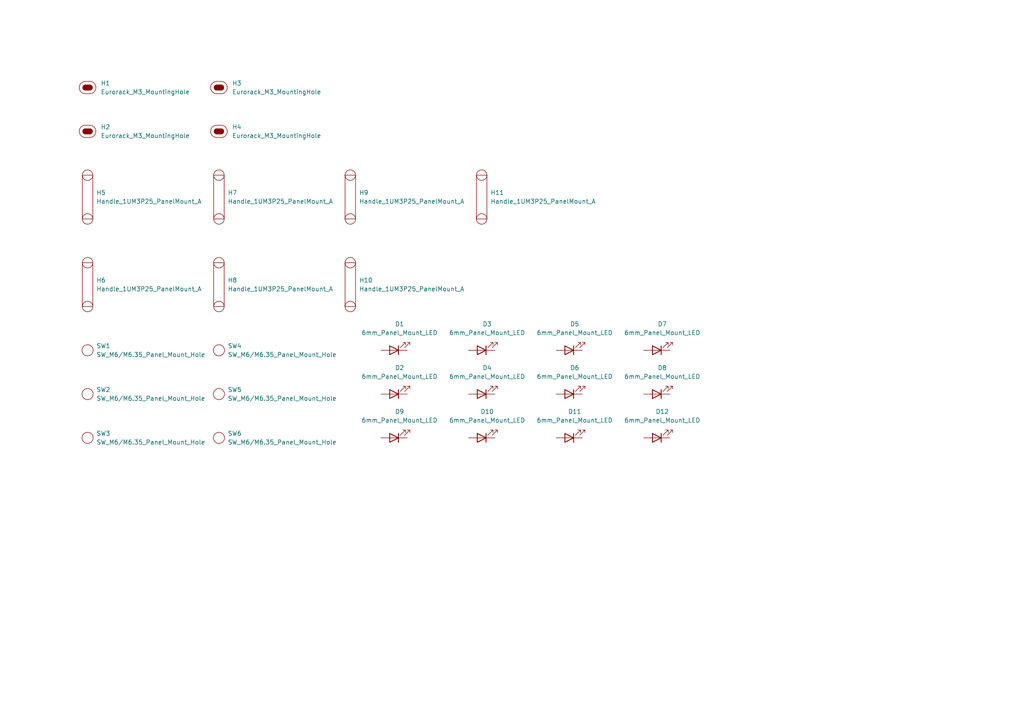
<source format=kicad_sch>
(kicad_sch (version 20250114) (generator "eeschema") (generator_version "9.0")
  (paper "A4")
  (lib_symbols
    (symbol "EXC:6mm_Panel_Mount_LED" (pin_numbers (hide yes)) (pin_names (offset 1.016) (hide yes))
      (property "Reference" "D" (at 0 2.54 0))
      (property "Value" "6mm_Panel_Mount_LED" (at 0 -3.556 0))
      (symbol "6mm_Panel_Mount_LED_0_1"
        (polyline (pts (xy -1.27 1.27) (xy -1.27 -1.27) (xy 1.27 0) (xy -1.27 1.27)) (stroke (width 0.254)))
        (polyline (pts (xy 1.27 1.27) (xy 1.27 -1.27)) (stroke (width 0.254)))
        (polyline (pts (xy 1.27 0) (xy -1.27 0)))
        (polyline (pts (xy 1.778 0.762) (xy 3.302 2.286) (xy 2.54 2.286) (xy 3.302 2.286) (xy 3.302 1.524)))
        (polyline (pts (xy 3.048 0.762) (xy 4.572 2.286) (xy 3.81 2.286) (xy 4.572 2.286) (xy 4.572 1.524)))
      )
      (symbol "6mm_Panel_Mount_LED_1_1"
        (pin passive line (at -3.81 0 0) (length 2.54) (name "A") (number "2"))
        (pin passive line (at 3.81 0 180) (length 2.54) (name "K") (number "1"))
      )
    )
    (symbol "EXC:Eurorack_M3_MountingHole" (pin_names (offset 1.016))
      (property "Reference" "H" (at 0 5.08 0))
      (property "Value" "Eurorack_M3_MountingHole" (at 0 3.175 0))
      (symbol "Eurorack_M3_MountingHole_0_1"
        (polyline (pts (xy -0.635 0.762) (xy 0.635 0.762)))
        (circle (center -0.635 0) (radius 0.762) (fill (type outline)))
        (arc (start -0.635 -0.762) (mid -1.397 0) (end -0.635 0.762))
        (arc (start -0.635 -1.778) (mid -2.413 0) (end -0.635 1.778))
        (polyline (pts (xy -0.635 -0.762) (xy 0.635 -0.762)))
        (polyline (pts (xy -0.635 -1.778) (xy 0.635 -1.778)))
        (circle (center 0 0) (radius 0.762) (fill (type outline)))
        (polyline (pts (xy 0.635 1.778) (xy -0.635 1.778)))
        (arc (start 0.6141 1.778) (mid 2.4131 0) (end 0.6141 -1.778))
        (arc (start 0.6227 0.762) (mid 1.3971 0) (end 0.6227 -0.762))
        (circle (center 0.635 0) (radius 0.762) (fill (type outline)))
      )
    )
    (symbol "EXC:Handle_1UM3P25_A"
      (property "Reference" "H" (at 0 -6.35 0))
      (property "Value" "Handle_1UM3P25_PanelMount_A" (at 0.254 -17.018 0))
      (symbol "Handle_1UM3P25_A_0_1"
        (rectangle (start -1.524 0) (end 1.524 -12.7))
        (circle (center 0 0) (radius 1.524))
        (circle (center 0 -12.7) (radius 1.524))
      )
    )
    (symbol "EXC:SW_M6/6.35_Panel_Mount_Hole" (pin_names (offset 0) (hide yes))
      (property "Reference" "SW" (at 0 3.175 0))
      (property "Value" "SW_M6/M6.35_Panel_Mount_Hole" (at 0 -2.794 0))
      (symbol "SW_M6/6.35_Panel_Mount_Hole_0_0"
        (circle (center 0 0) (radius 1.6129))
      )
    )
  )
  (symbol (lib_id "EXC:6mm_Panel_Mount_LED") (at 165.1 114.3 0) (unit 1)
    (property "Reference" "D6" (at 166.6875 106.68 0))
    (property "Value" "6mm_Panel_Mount_LED" (at 166.6875 109.22 0))
    (property "Footprint" "EXC:6mm_Panel_Mount_LED" (effects (hide yes)))
    (property "Description" "Light emitting diode" (effects (hide yes)))
  )
  (symbol (lib_id "EXC:Eurorack_M3_MountingHole") (at 25.4 38.1 0) (unit 1)
    (property "Reference" "H2" (at 29.21 36.8299 0) (effects (justify left)))
    (property "Value" "Eurorack_M3_MountingHole" (at 29.21 39.3699 0) (effects (justify left)))
    (property "Footprint" "EXC:MountingHole_3.2mm_M3" (effects (hide yes)))
    (property "Description" "Mounting Hole without connection" (effects (hide yes)))
  )
  (symbol (lib_id "EXC:Handle_1UM3P25_A") (at 101.6 50.8 0) (unit 1)
    (property "Reference" "H9" (at 104.14 55.8799 0) (effects (justify left)))
    (property "Value" "Handle_1UM3P25_PanelMount_A" (at 104.14 58.4199 0) (effects (justify left)))
    (property "Footprint" "EXC:Handle_1UM3P25_A" (effects (hide yes)))
  )
  (symbol (lib_id "EXC:6mm_Panel_Mount_LED") (at 165.1 101.6 0) (unit 1)
    (property "Reference" "D5" (at 166.6875 93.98 0))
    (property "Value" "6mm_Panel_Mount_LED" (at 166.6875 96.52 0))
    (property "Footprint" "EXC:6mm_Panel_Mount_LED" (effects (hide yes)))
    (property "Description" "Light emitting diode" (effects (hide yes)))
  )
  (symbol (lib_id "EXC:6mm_Panel_Mount_LED") (at 139.7 114.3 0) (unit 1)
    (property "Reference" "D4" (at 141.2875 106.68 0))
    (property "Value" "6mm_Panel_Mount_LED" (at 141.2875 109.22 0))
    (property "Footprint" "EXC:6mm_Panel_Mount_LED" (effects (hide yes)))
    (property "Description" "Light emitting diode" (effects (hide yes)))
  )
  (symbol (lib_id "EXC:6mm_Panel_Mount_LED") (at 114.3 101.6 0) (unit 1)
    (property "Reference" "D1" (at 115.8875 93.98 0))
    (property "Value" "6mm_Panel_Mount_LED" (at 115.8875 96.52 0))
    (property "Footprint" "EXC:6mm_Panel_Mount_LED" (effects (hide yes)))
    (property "Description" "Light emitting diode" (effects (hide yes)))
  )
  (symbol (lib_id "EXC:Eurorack_M3_MountingHole") (at 63.5 25.4 0) (unit 1)
    (property "Reference" "H3" (at 67.31 24.1299 0) (effects (justify left)))
    (property "Value" "Eurorack_M3_MountingHole" (at 67.31 26.6699 0) (effects (justify left)))
    (property "Footprint" "EXC:MountingHole_3.2mm_M3" (effects (hide yes)))
    (property "Description" "Mounting Hole without connection" (effects (hide yes)))
  )
  (symbol (lib_id "EXC:6mm_Panel_Mount_LED") (at 190.5 127 0) (unit 1)
    (property "Reference" "D12" (at 192.0875 119.38 0))
    (property "Value" "6mm_Panel_Mount_LED" (at 192.0875 121.92 0))
    (property "Footprint" "EXC:6mm_Panel_Mount_LED" (effects (hide yes)))
    (property "Description" "Light emitting diode" (effects (hide yes)))
  )
  (symbol (lib_id "EXC:Handle_1UM3P25_A") (at 25.4 50.8 0) (unit 1)
    (property "Reference" "H5" (at 27.94 55.8799 0) (effects (justify left)))
    (property "Value" "Handle_1UM3P25_PanelMount_A" (at 27.94 58.4199 0) (effects (justify left)))
    (property "Footprint" "EXC:Handle_1UM3P25_A" (effects (hide yes)))
  )
  (symbol (lib_id "EXC:6mm_Panel_Mount_LED") (at 114.3 114.3 0) (unit 1)
    (property "Reference" "D2" (at 115.8875 106.68 0))
    (property "Value" "6mm_Panel_Mount_LED" (at 115.8875 109.22 0))
    (property "Footprint" "EXC:6mm_Panel_Mount_LED" (effects (hide yes)))
    (property "Description" "Light emitting diode" (effects (hide yes)))
  )
  (symbol (lib_id "EXC:Handle_1UM3P25_A") (at 63.5 76.2 0) (unit 1)
    (property "Reference" "H8" (at 66.04 81.2799 0) (effects (justify left)))
    (property "Value" "Handle_1UM3P25_PanelMount_A" (at 66.04 83.8199 0) (effects (justify left)))
    (property "Footprint" "EXC:Handle_1UM3P25_A" (effects (hide yes)))
  )
  (symbol (lib_id "EXC:Handle_1UM3P25_A") (at 25.4 76.2 0) (unit 1)
    (property "Reference" "H6" (at 27.94 81.2799 0) (effects (justify left)))
    (property "Value" "Handle_1UM3P25_PanelMount_A" (at 27.94 83.8199 0) (effects (justify left)))
    (property "Footprint" "EXC:Handle_1UM3P25_A" (effects (hide yes)))
  )
  (symbol (lib_id "EXC:SW_M6/6.35_Panel_Mount_Hole") (at 63.5 114.3 0) (unit 1)
    (property "Reference" "SW5" (at 66.04 113.0299 0) (effects (justify left)))
    (property "Value" "SW_M6/M6.35_Panel_Mount_Hole" (at 66.04 115.5699 0) (effects (justify left)))
    (property "Footprint" "EXC:SW_M6-M6.35_Panel_Mount_Hole" (effects (hide yes)))
    (property "Datasheet" "https://ae01.alicdn.com/kf/S30ba4cd8ca6748179fcb108112fb1d3fP.jpg" (effects (hide yes)))
    (property "Description" "Hole for the top of the panel of the switch so it allows space for the M6-ish nut to sit inside" (effects (hide yes)))
    (property "Source" "https://www.aliexpress.com/item/4000512396094.html" (effects (hide yes)))
  )
  (symbol (lib_id "EXC:SW_M6/6.35_Panel_Mount_Hole") (at 25.4 127 0) (unit 1)
    (property "Reference" "SW3" (at 27.94 125.7299 0) (effects (justify left)))
    (property "Value" "SW_M6/M6.35_Panel_Mount_Hole" (at 27.94 128.2699 0) (effects (justify left)))
    (property "Footprint" "EXC:SW_M6-M6.35_Panel_Mount_Hole" (effects (hide yes)))
    (property "Datasheet" "https://ae01.alicdn.com/kf/S30ba4cd8ca6748179fcb108112fb1d3fP.jpg" (effects (hide yes)))
    (property "Description" "Hole for the top of the panel of the switch so it allows space for the M6-ish nut to sit inside" (effects (hide yes)))
    (property "Source" "https://www.aliexpress.com/item/4000512396094.html" (effects (hide yes)))
  )
  (symbol (lib_id "EXC:6mm_Panel_Mount_LED") (at 165.1 127 0) (unit 1)
    (property "Reference" "D11" (at 166.6875 119.38 0))
    (property "Value" "6mm_Panel_Mount_LED" (at 166.6875 121.92 0))
    (property "Footprint" "EXC:6mm_Panel_Mount_LED" (effects (hide yes)))
    (property "Description" "Light emitting diode" (effects (hide yes)))
  )
  (symbol (lib_id "EXC:Handle_1UM3P25_A") (at 63.5 50.8 0) (unit 1)
    (property "Reference" "H7" (at 66.04 55.8799 0) (effects (justify left)))
    (property "Value" "Handle_1UM3P25_PanelMount_A" (at 66.04 58.4199 0) (effects (justify left)))
    (property "Footprint" "EXC:Handle_1UM3P25_A" (effects (hide yes)))
  )
  (symbol (lib_id "EXC:Eurorack_M3_MountingHole") (at 63.5 38.1 0) (unit 1)
    (property "Reference" "H4" (at 67.31 36.8299 0) (effects (justify left)))
    (property "Value" "Eurorack_M3_MountingHole" (at 67.31 39.3699 0) (effects (justify left)))
    (property "Footprint" "EXC:MountingHole_3.2mm_M3" (effects (hide yes)))
    (property "Description" "Mounting Hole without connection" (effects (hide yes)))
  )
  (symbol (lib_id "EXC:SW_M6/6.35_Panel_Mount_Hole") (at 63.5 101.6 0) (unit 1)
    (property "Reference" "SW4" (at 66.04 100.3299 0) (effects (justify left)))
    (property "Value" "SW_M6/M6.35_Panel_Mount_Hole" (at 66.04 102.8699 0) (effects (justify left)))
    (property "Footprint" "EXC:SW_M6-M6.35_Panel_Mount_Hole" (effects (hide yes)))
    (property "Datasheet" "https://ae01.alicdn.com/kf/S30ba4cd8ca6748179fcb108112fb1d3fP.jpg" (effects (hide yes)))
    (property "Description" "Hole for the top of the panel of the switch so it allows space for the M6-ish nut to sit inside" (effects (hide yes)))
    (property "Source" "https://www.aliexpress.com/item/4000512396094.html" (effects (hide yes)))
  )
  (symbol (lib_id "EXC:6mm_Panel_Mount_LED") (at 190.5 114.3 0) (unit 1)
    (property "Reference" "D8" (at 192.0875 106.68 0))
    (property "Value" "6mm_Panel_Mount_LED" (at 192.0875 109.22 0))
    (property "Footprint" "EXC:6mm_Panel_Mount_LED" (effects (hide yes)))
    (property "Description" "Light emitting diode" (effects (hide yes)))
  )
  (symbol (lib_id "EXC:6mm_Panel_Mount_LED") (at 190.5 101.6 0) (unit 1)
    (property "Reference" "D7" (at 192.0875 93.98 0))
    (property "Value" "6mm_Panel_Mount_LED" (at 192.0875 96.52 0))
    (property "Footprint" "EXC:6mm_Panel_Mount_LED" (effects (hide yes)))
    (property "Description" "Light emitting diode" (effects (hide yes)))
  )
  (symbol (lib_id "EXC:Handle_1UM3P25_A") (at 139.7 50.8 0) (unit 1)
    (property "Reference" "H11" (at 142.24 55.8799 0) (effects (justify left)))
    (property "Value" "Handle_1UM3P25_PanelMount_A" (at 142.24 58.4199 0) (effects (justify left)))
    (property "Footprint" "EXC:Handle_1UM3P25_A" (effects (hide yes)))
  )
  (symbol (lib_id "EXC:6mm_Panel_Mount_LED") (at 114.3 127 0) (unit 1)
    (property "Reference" "D9" (at 115.8875 119.38 0))
    (property "Value" "6mm_Panel_Mount_LED" (at 115.8875 121.92 0))
    (property "Footprint" "EXC:6mm_Panel_Mount_LED" (effects (hide yes)))
    (property "Description" "Light emitting diode" (effects (hide yes)))
  )
  (symbol (lib_id "EXC:Eurorack_M3_MountingHole") (at 25.4 25.4 0) (unit 1)
    (property "Reference" "H1" (at 29.21 24.1299 0) (effects (justify left)))
    (property "Value" "Eurorack_M3_MountingHole" (at 29.21 26.6699 0) (effects (justify left)))
    (property "Footprint" "EXC:MountingHole_3.2mm_M3" (effects (hide yes)))
    (property "Description" "Mounting Hole without connection" (effects (hide yes)))
  )
  (symbol (lib_id "EXC:Handle_1UM3P25_A") (at 101.6 76.2 0) (unit 1)
    (property "Reference" "H10" (at 104.14 81.2799 0) (effects (justify left)))
    (property "Value" "Handle_1UM3P25_PanelMount_A" (at 104.14 83.8199 0) (effects (justify left)))
    (property "Footprint" "EXC:Handle_1UM3P25_A" (effects (hide yes)))
  )
  (symbol (lib_id "EXC:6mm_Panel_Mount_LED") (at 139.7 127 0) (unit 1)
    (property "Reference" "D10" (at 141.2875 119.38 0))
    (property "Value" "6mm_Panel_Mount_LED" (at 141.2875 121.92 0))
    (property "Footprint" "EXC:6mm_Panel_Mount_LED" (effects (hide yes)))
    (property "Description" "Light emitting diode" (effects (hide yes)))
  )
  (symbol (lib_id "EXC:SW_M6/6.35_Panel_Mount_Hole") (at 63.5 127 0) (unit 1)
    (property "Reference" "SW6" (at 66.04 125.7299 0) (effects (justify left)))
    (property "Value" "SW_M6/M6.35_Panel_Mount_Hole" (at 66.04 128.2699 0) (effects (justify left)))
    (property "Footprint" "EXC:SW_M6-M6.35_Panel_Mount_Hole" (effects (hide yes)))
    (property "Datasheet" "https://ae01.alicdn.com/kf/S30ba4cd8ca6748179fcb108112fb1d3fP.jpg" (effects (hide yes)))
    (property "Description" "Hole for the top of the panel of the switch so it allows space for the M6-ish nut to sit inside" (effects (hide yes)))
    (property "Source" "https://www.aliexpress.com/item/4000512396094.html" (effects (hide yes)))
  )
  (symbol (lib_id "EXC:6mm_Panel_Mount_LED") (at 139.7 101.6 0) (unit 1)
    (property "Reference" "D3" (at 141.2875 93.98 0))
    (property "Value" "6mm_Panel_Mount_LED" (at 141.2875 96.52 0))
    (property "Footprint" "EXC:6mm_Panel_Mount_LED" (effects (hide yes)))
    (property "Description" "Light emitting diode" (effects (hide yes)))
  )
  (symbol (lib_id "EXC:SW_M6/6.35_Panel_Mount_Hole") (at 25.4 101.6 0) (unit 1)
    (property "Reference" "SW1" (at 27.94 100.3299 0) (effects (justify left)))
    (property "Value" "SW_M6/M6.35_Panel_Mount_Hole" (at 27.94 102.8699 0) (effects (justify left)))
    (property "Footprint" "EXC:SW_M6-M6.35_Panel_Mount_Hole" (effects (hide yes)))
    (property "Datasheet" "https://ae01.alicdn.com/kf/S30ba4cd8ca6748179fcb108112fb1d3fP.jpg" (effects (hide yes)))
    (property "Description" "Hole for the top of the panel of the switch so it allows space for the M6-ish nut to sit inside" (effects (hide yes)))
    (property "Source" "https://www.aliexpress.com/item/4000512396094.html" (effects (hide yes)))
  )
  (symbol (lib_id "EXC:SW_M6/6.35_Panel_Mount_Hole") (at 25.4 114.3 0) (unit 1)
    (property "Reference" "SW2" (at 27.94 113.0299 0) (effects (justify left)))
    (property "Value" "SW_M6/M6.35_Panel_Mount_Hole" (at 27.94 115.5699 0) (effects (justify left)))
    (property "Footprint" "EXC:SW_M6-M6.35_Panel_Mount_Hole" (effects (hide yes)))
    (property "Datasheet" "https://ae01.alicdn.com/kf/S30ba4cd8ca6748179fcb108112fb1d3fP.jpg" (effects (hide yes)))
    (property "Description" "Hole for the top of the panel of the switch so it allows space for the M6-ish nut to sit inside" (effects (hide yes)))
    (property "Source" "https://www.aliexpress.com/item/4000512396094.html" (effects (hide yes)))
  )
)
</source>
